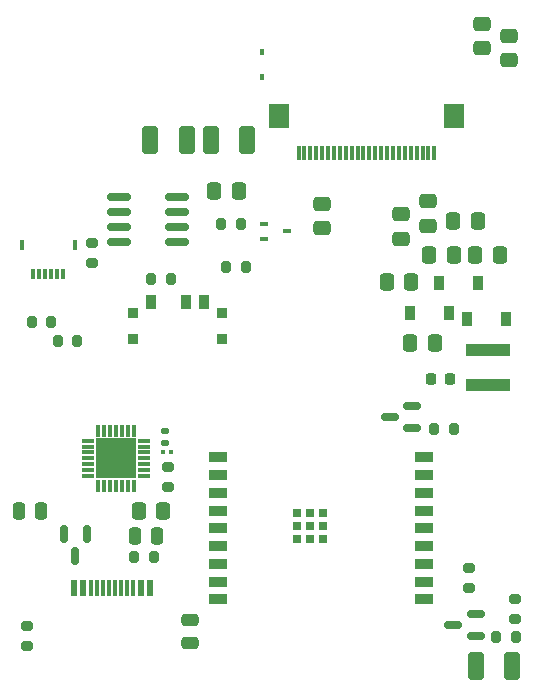
<source format=gtp>
G04 #@! TF.GenerationSoftware,KiCad,Pcbnew,6.0.11-2627ca5db0~126~ubuntu20.04.1*
G04 #@! TF.CreationDate,2023-02-17T07:43:56+01:00*
G04 #@! TF.ProjectId,C3-27-epaper-touch,43332d32-372d-4657-9061-7065722d746f,rev?*
G04 #@! TF.SameCoordinates,Original*
G04 #@! TF.FileFunction,Paste,Top*
G04 #@! TF.FilePolarity,Positive*
%FSLAX46Y46*%
G04 Gerber Fmt 4.6, Leading zero omitted, Abs format (unit mm)*
G04 Created by KiCad (PCBNEW 6.0.11-2627ca5db0~126~ubuntu20.04.1) date 2023-02-17 07:43:56*
%MOMM*%
%LPD*%
G01*
G04 APERTURE LIST*
G04 Aperture macros list*
%AMRoundRect*
0 Rectangle with rounded corners*
0 $1 Rounding radius*
0 $2 $3 $4 $5 $6 $7 $8 $9 X,Y pos of 4 corners*
0 Add a 4 corners polygon primitive as box body*
4,1,4,$2,$3,$4,$5,$6,$7,$8,$9,$2,$3,0*
0 Add four circle primitives for the rounded corners*
1,1,$1+$1,$2,$3*
1,1,$1+$1,$4,$5*
1,1,$1+$1,$6,$7*
1,1,$1+$1,$8,$9*
0 Add four rect primitives between the rounded corners*
20,1,$1+$1,$2,$3,$4,$5,0*
20,1,$1+$1,$4,$5,$6,$7,0*
20,1,$1+$1,$6,$7,$8,$9,0*
20,1,$1+$1,$8,$9,$2,$3,0*%
G04 Aperture macros list end*
%ADD10R,0.450000X0.600000*%
%ADD11RoundRect,0.250000X-0.337500X-0.475000X0.337500X-0.475000X0.337500X0.475000X-0.337500X0.475000X0*%
%ADD12R,1.498600X0.889000*%
%ADD13R,0.711200X0.711200*%
%ADD14RoundRect,0.150000X0.587500X0.150000X-0.587500X0.150000X-0.587500X-0.150000X0.587500X-0.150000X0*%
%ADD15RoundRect,0.250000X0.475000X-0.337500X0.475000X0.337500X-0.475000X0.337500X-0.475000X-0.337500X0*%
%ADD16RoundRect,0.250000X0.337500X0.475000X-0.337500X0.475000X-0.337500X-0.475000X0.337500X-0.475000X0*%
%ADD17R,0.600000X1.450000*%
%ADD18R,0.300000X1.450000*%
%ADD19RoundRect,0.150000X-0.150000X0.587500X-0.150000X-0.587500X0.150000X-0.587500X0.150000X0.587500X0*%
%ADD20RoundRect,0.200000X0.275000X-0.200000X0.275000X0.200000X-0.275000X0.200000X-0.275000X-0.200000X0*%
%ADD21RoundRect,0.200000X-0.200000X-0.275000X0.200000X-0.275000X0.200000X0.275000X-0.200000X0.275000X0*%
%ADD22RoundRect,0.250000X0.412500X0.925000X-0.412500X0.925000X-0.412500X-0.925000X0.412500X-0.925000X0*%
%ADD23RoundRect,0.150000X-0.825000X-0.150000X0.825000X-0.150000X0.825000X0.150000X-0.825000X0.150000X0*%
%ADD24RoundRect,0.250000X-0.475000X0.337500X-0.475000X-0.337500X0.475000X-0.337500X0.475000X0.337500X0*%
%ADD25RoundRect,0.200000X0.200000X0.275000X-0.200000X0.275000X-0.200000X-0.275000X0.200000X-0.275000X0*%
%ADD26R,0.889000X1.244600*%
%ADD27R,0.812800X0.939800*%
%ADD28RoundRect,0.250000X-0.475000X0.250000X-0.475000X-0.250000X0.475000X-0.250000X0.475000X0.250000X0*%
%ADD29R,0.304800X1.193800*%
%ADD30R,1.803400X2.006600*%
%ADD31R,0.900000X1.200000*%
%ADD32RoundRect,0.250000X-0.250000X-0.475000X0.250000X-0.475000X0.250000X0.475000X-0.250000X0.475000X0*%
%ADD33RoundRect,0.200000X-0.275000X0.200000X-0.275000X-0.200000X0.275000X-0.200000X0.275000X0.200000X0*%
%ADD34RoundRect,0.250000X0.250000X0.475000X-0.250000X0.475000X-0.250000X-0.475000X0.250000X-0.475000X0*%
%ADD35RoundRect,0.250000X-0.412500X-0.925000X0.412500X-0.925000X0.412500X0.925000X-0.412500X0.925000X0*%
%ADD36R,0.304800X0.812800*%
%ADD37R,0.406400X0.812800*%
%ADD38R,0.300000X1.000000*%
%ADD39R,1.000000X0.300000*%
%ADD40R,3.350000X3.350000*%
%ADD41RoundRect,0.135000X-0.185000X0.135000X-0.185000X-0.135000X0.185000X-0.135000X0.185000X0.135000X0*%
%ADD42R,0.700000X0.450000*%
%ADD43RoundRect,0.225000X-0.225000X-0.250000X0.225000X-0.250000X0.225000X0.250000X-0.225000X0.250000X0*%
%ADD44R,3.708400X1.092200*%
%ADD45RoundRect,0.079500X-0.079500X-0.100500X0.079500X-0.100500X0.079500X0.100500X-0.079500X0.100500X0*%
G04 APERTURE END LIST*
D10*
X137471501Y-73420000D03*
X137471501Y-71320000D03*
D11*
X133475000Y-83050000D03*
X135550000Y-83050000D03*
D12*
X151264000Y-117655087D03*
X151264000Y-116155087D03*
X151264000Y-114655085D03*
X151264000Y-113155086D03*
X151264000Y-111655086D03*
X151264000Y-110155087D03*
X151264000Y-108655087D03*
X151264000Y-107155085D03*
X151264000Y-105655085D03*
X133764000Y-105655085D03*
X133764000Y-107155085D03*
X133764000Y-108655087D03*
X133764000Y-110155087D03*
X133764000Y-111655086D03*
X133764000Y-113155086D03*
X133764000Y-114655085D03*
X133764000Y-116155087D03*
X133764000Y-117655087D03*
D13*
X142658198Y-112555110D03*
X141558198Y-112555110D03*
X140458198Y-112555110D03*
X142658300Y-111455112D03*
X141558300Y-111455112D03*
X140458299Y-111455112D03*
X142658198Y-110355114D03*
X141558198Y-110355114D03*
X140458198Y-110355114D03*
D14*
X155587500Y-120800000D03*
X155587500Y-118900000D03*
X153712500Y-119850000D03*
D15*
X149300000Y-87137500D03*
X149300000Y-85062500D03*
D16*
X152137500Y-96000000D03*
X150062500Y-96000000D03*
D17*
X121550000Y-116705000D03*
X122350000Y-116705000D03*
D18*
X123550000Y-116705000D03*
X124550000Y-116705000D03*
X125050000Y-116705000D03*
X126050000Y-116705000D03*
D17*
X127250000Y-116705000D03*
X128050000Y-116705000D03*
X128050000Y-116705000D03*
X127250000Y-116705000D03*
D18*
X126550000Y-116705000D03*
X125550000Y-116705000D03*
X124050000Y-116705000D03*
X123050000Y-116705000D03*
D17*
X122350000Y-116705000D03*
X121550000Y-116705000D03*
D19*
X122650000Y-112125000D03*
X120750000Y-112125000D03*
X121700000Y-114000000D03*
D20*
X129510000Y-108125000D03*
X129510000Y-106475000D03*
D11*
X155550000Y-88500000D03*
X157625000Y-88500000D03*
D21*
X128125000Y-90550000D03*
X129775000Y-90550000D03*
D22*
X131137500Y-78800000D03*
X128062500Y-78800000D03*
D16*
X155787500Y-85650000D03*
X153712500Y-85650000D03*
D23*
X125375000Y-83595000D03*
X125375000Y-84865000D03*
X125375000Y-86135000D03*
X125375000Y-87405000D03*
X130325000Y-87405000D03*
X130325000Y-86135000D03*
X130325000Y-84865000D03*
X130325000Y-83595000D03*
D24*
X158400000Y-69962500D03*
X158400000Y-72037500D03*
D21*
X134475000Y-89530000D03*
X136125000Y-89530000D03*
D25*
X158980000Y-120820000D03*
X157330000Y-120820000D03*
D15*
X156100000Y-71000000D03*
X156100000Y-68925000D03*
D25*
X153745000Y-103210000D03*
X152095000Y-103210000D03*
D26*
X128102100Y-92454820D03*
X131099300Y-92454820D03*
X132597900Y-92454820D03*
D27*
X126550160Y-93399700D03*
X134149840Y-93399700D03*
X126550160Y-95660300D03*
X134149840Y-95660300D03*
D28*
X131400000Y-119450000D03*
X131400000Y-121350000D03*
D29*
X152100001Y-79895600D03*
X151600000Y-79895600D03*
X151100001Y-79895600D03*
X150599999Y-79895600D03*
X150100000Y-79895600D03*
X149600001Y-79895600D03*
X149100000Y-79895600D03*
X148600001Y-79895600D03*
X148099999Y-79895600D03*
X147600000Y-79895600D03*
X147100001Y-79895600D03*
X146600000Y-79895600D03*
X146100000Y-79895600D03*
X145599999Y-79895600D03*
X145100000Y-79895600D03*
X144600001Y-79895600D03*
X144099999Y-79895600D03*
X143600000Y-79895600D03*
X143099999Y-79895600D03*
X142600000Y-79895600D03*
X142100001Y-79895600D03*
X141599999Y-79895600D03*
X141100000Y-79895600D03*
X140600001Y-79895600D03*
D30*
X153750000Y-76745601D03*
X138950000Y-76745601D03*
D16*
X153737500Y-88500000D03*
X151662500Y-88500000D03*
D21*
X126675000Y-114100000D03*
X128325000Y-114100000D03*
D14*
X150237500Y-103190000D03*
X150237500Y-101290000D03*
X148362500Y-102240000D03*
D31*
X155800000Y-90850000D03*
X152500000Y-90850000D03*
D32*
X126750000Y-112300000D03*
X128650000Y-112300000D03*
D33*
X123150000Y-87525000D03*
X123150000Y-89175000D03*
D25*
X119650000Y-94200000D03*
X118000000Y-94200000D03*
D34*
X118800000Y-110200000D03*
X116900000Y-110200000D03*
D35*
X155625000Y-123270000D03*
X158700000Y-123270000D03*
D16*
X129157500Y-110180000D03*
X127082500Y-110180000D03*
D25*
X135725000Y-85850000D03*
X134075000Y-85850000D03*
D36*
X118150000Y-90139000D03*
X118649999Y-90139000D03*
X119150001Y-90139000D03*
X119650000Y-90139000D03*
X120150001Y-90139000D03*
X120650000Y-90139000D03*
D37*
X121650001Y-87625878D03*
X117149999Y-87625878D03*
D21*
X120200000Y-95820000D03*
X121850000Y-95820000D03*
D33*
X117650000Y-119925000D03*
X117650000Y-121575000D03*
D15*
X142600000Y-86237500D03*
X142600000Y-84162500D03*
D38*
X123650000Y-108075000D03*
X124150000Y-108075000D03*
X124650000Y-108075000D03*
X125150000Y-108075000D03*
X125650000Y-108075000D03*
X126150000Y-108075000D03*
X126650000Y-108075000D03*
D39*
X127500000Y-107225000D03*
X127500000Y-106725000D03*
X127500000Y-106225000D03*
X127500000Y-105725000D03*
X127500000Y-105225000D03*
X127500000Y-104725000D03*
X127500000Y-104225000D03*
D38*
X126650000Y-103375000D03*
X126150000Y-103375000D03*
X125650000Y-103375000D03*
X125150000Y-103375000D03*
X124650000Y-103375000D03*
X124150000Y-103375000D03*
X123650000Y-103375000D03*
D39*
X122800000Y-104225000D03*
X122800000Y-104725000D03*
X122800000Y-105225000D03*
X122800000Y-105725000D03*
X122800000Y-106225000D03*
X122800000Y-106725000D03*
X122800000Y-107225000D03*
D40*
X125150000Y-105725000D03*
D41*
X129260000Y-103410000D03*
X129260000Y-104430000D03*
D31*
X150000000Y-93450000D03*
X153300000Y-93450000D03*
D16*
X150137500Y-90800000D03*
X148062500Y-90800000D03*
D35*
X133162500Y-78800000D03*
X136237500Y-78800000D03*
D42*
X137650000Y-85850000D03*
X137650000Y-87150000D03*
X139650000Y-86500000D03*
D43*
X151850000Y-99050000D03*
X153400000Y-99050000D03*
D20*
X155000000Y-116675000D03*
X155000000Y-115025000D03*
D44*
X156650000Y-96551400D03*
X156650000Y-99548600D03*
D31*
X158200000Y-93950000D03*
X154900000Y-93950000D03*
D45*
X129135000Y-105220000D03*
X129825000Y-105220000D03*
D15*
X151550000Y-86037500D03*
X151550000Y-83962500D03*
D33*
X158910000Y-117665000D03*
X158910000Y-119315000D03*
M02*

</source>
